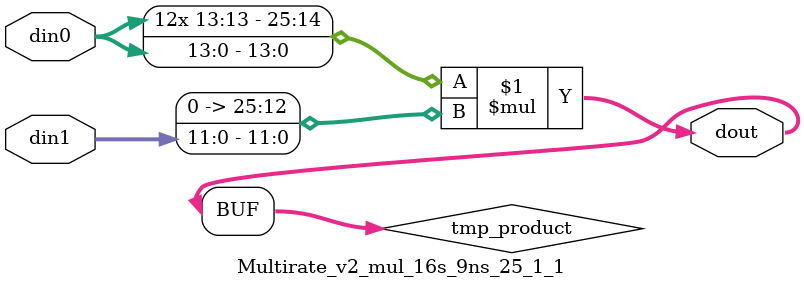
<source format=v>

`timescale 1 ns / 1 ps

 module Multirate_v2_mul_16s_9ns_25_1_1(din0, din1, dout);
parameter ID = 1;
parameter NUM_STAGE = 0;
parameter din0_WIDTH = 14;
parameter din1_WIDTH = 12;
parameter dout_WIDTH = 26;

input [din0_WIDTH - 1 : 0] din0; 
input [din1_WIDTH - 1 : 0] din1; 
output [dout_WIDTH - 1 : 0] dout;

wire signed [dout_WIDTH - 1 : 0] tmp_product;


























assign tmp_product = $signed(din0) * $signed({1'b0, din1});









assign dout = tmp_product;





















endmodule

</source>
